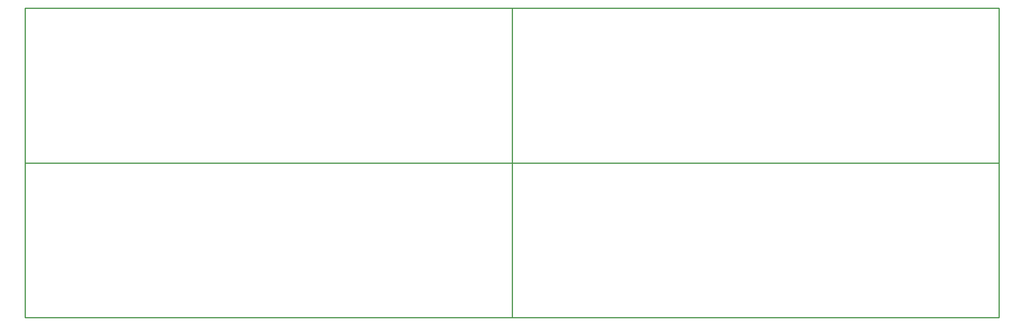
<source format=gm1>
G04*
G04 #@! TF.GenerationSoftware,Altium Limited,Altium Designer,22.8.2 (66)*
G04*
G04 Layer_Color=16777215*
%FSLAX25Y25*%
%MOIN*%
G70*
G04*
G04 #@! TF.SameCoordinates,C3FD66B6-40D4-4EF1-9346-9CEE37E5CDB1*
G04*
G04*
G04 #@! TF.FilePolarity,Positive*
G04*
G01*
G75*
%ADD50C,0.01000*%
G54D50*
X842520Y267717D02*
Y133858D01*
X421260D01*
Y267717D02*
Y133858D01*
X842520Y267717D02*
X421260D01*
X842520Y133858D02*
Y0D01*
X421260D01*
Y133858D02*
Y0D01*
X842520Y133858D02*
X421260D01*
X0Y0D02*
Y133858D01*
X421260D01*
Y0D02*
Y133858D01*
X0Y0D02*
X421260D01*
X0Y133858D02*
Y267717D01*
X421260D01*
Y133858D02*
Y267717D01*
X0Y133858D02*
X421260D01*
M02*

</source>
